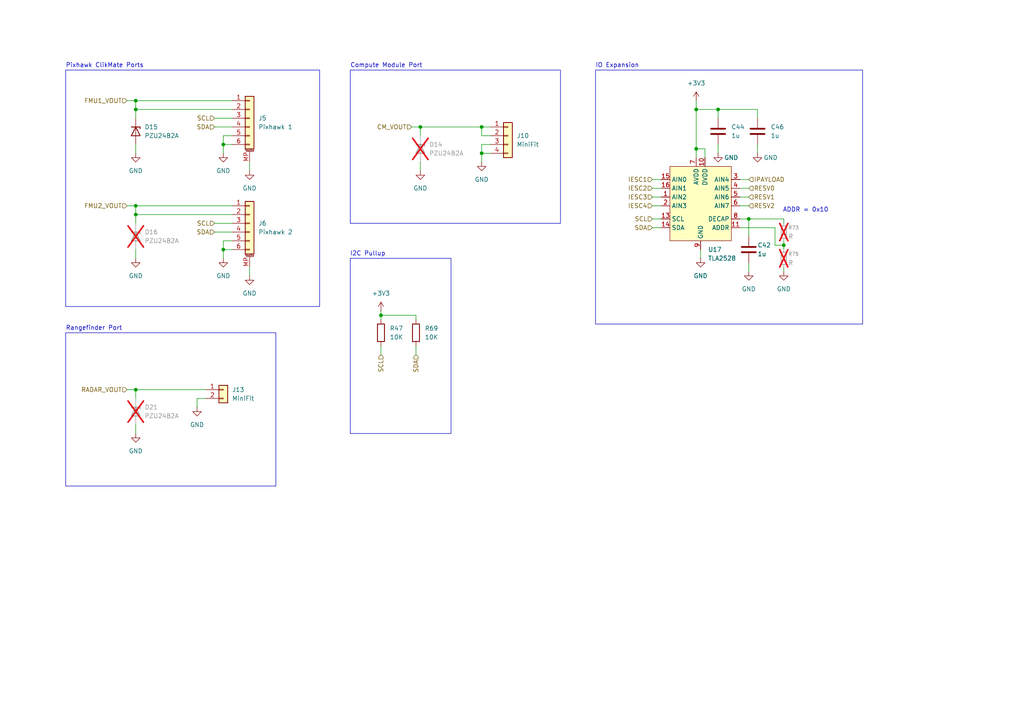
<source format=kicad_sch>
(kicad_sch (version 20250114) (generator "eeschema") (generator_version "9.0")
  (paper "A4")
  (lib_symbols
    (symbol "Analog_ADC_Extra:TLA2528"
      (property "Reference" "U" (at 13.208 20.574 0))
      (property "Value" "TA2528" (at 0 0 0))
      (symbol "TLA2528_1_1"
        (rectangle (start -8.89 10.16) (end 8.89 -11.43) (fill (type background)))
        (pin bidirectional line (at -11.43 6.35 0) (length 2.54) (name "AIN0") (number "15"))
        (pin bidirectional line (at -11.43 3.81 0) (length 2.54) (name "AIN1") (number "16"))
        (pin bidirectional line (at -11.43 1.27 0) (length 2.54) (name "AIN2") (number "1"))
        (pin bidirectional line (at -11.43 -1.27 0) (length 2.54) (name "AIN3") (number "2"))
        (pin input line (at -11.43 -5.08 0) (length 2.54) (name "SCL") (number "13"))
        (pin bidirectional line (at -11.43 -7.62 0) (length 2.54) (name "SDA") (number "14"))
        (pin power_in line (at -1.27 12.7 270) (length 2.54) (name "AVDD") (number "7"))
        (pin power_in line (at 0 -13.97 90) (length 2.54) (hide yes) (name "GND") (number "17"))
        (pin power_in line (at 0 -13.97 90) (length 2.54) (name "GND") (number "9"))
        (pin power_in line (at 1.27 12.7 270) (length 2.54) (name "DVDD") (number "10"))
        (pin no_connect line (at 2.54 -13.97 90) (length 2.54) (hide yes) (name "NC") (number "12"))
        (pin bidirectional line (at 11.43 6.35 180) (length 2.54) (name "AIN4") (number "3"))
        (pin bidirectional line (at 11.43 3.81 180) (length 2.54) (name "AIN5") (number "4"))
        (pin bidirectional line (at 11.43 1.27 180) (length 2.54) (name "AIN6") (number "5"))
        (pin bidirectional line (at 11.43 -1.27 180) (length 2.54) (name "AIN7") (number "6"))
        (pin passive line (at 11.43 -5.08 180) (length 2.54) (name "DECAP") (number "8"))
        (pin input line (at 11.43 -7.62 180) (length 2.54) (name "ADDR") (number "11"))
      )
    )
    (symbol "Connector_Generic:Conn_01x02" (pin_names (offset 1.016) (hide yes))
      (property "Reference" "J" (at 0 2.54 0))
      (property "Value" "Conn_01x02" (at 0 -5.08 0))
      (symbol "Conn_01x02_1_1"
        (rectangle (start -1.27 1.27) (end 1.27 -3.81) (stroke (width 0.254)) (fill (type background)))
        (rectangle (start -1.27 0.127) (end 0 -0.127) (stroke (width 0.1524)))
        (rectangle (start -1.27 -2.413) (end 0 -2.667) (stroke (width 0.1524)))
        (pin passive line (at -5.08 0 0) (length 3.81) (name "Pin_1") (number "1"))
        (pin passive line (at -5.08 -2.54 0) (length 3.81) (name "Pin_2") (number "2"))
      )
    )
    (symbol "Connector_Generic:Conn_01x04" (pin_names (offset 1.016) (hide yes))
      (property "Reference" "J" (at 0 5.08 0))
      (property "Value" "Conn_01x04" (at 0 -7.62 0))
      (symbol "Conn_01x04_1_1"
        (rectangle (start -1.27 3.81) (end 1.27 -6.35) (stroke (width 0.254)) (fill (type background)))
        (rectangle (start -1.27 2.667) (end 0 2.413) (stroke (width 0.1524)))
        (rectangle (start -1.27 0.127) (end 0 -0.127) (stroke (width 0.1524)))
        (rectangle (start -1.27 -2.413) (end 0 -2.667) (stroke (width 0.1524)))
        (rectangle (start -1.27 -4.953) (end 0 -5.207) (stroke (width 0.1524)))
        (pin passive line (at -5.08 2.54 0) (length 3.81) (name "Pin_1") (number "1"))
        (pin passive line (at -5.08 0 0) (length 3.81) (name "Pin_2") (number "2"))
        (pin passive line (at -5.08 -2.54 0) (length 3.81) (name "Pin_3") (number "3"))
        (pin passive line (at -5.08 -5.08 0) (length 3.81) (name "Pin_4") (number "4"))
      )
    )
    (symbol "Connector_Generic_MountingPin:Conn_01x06_MountingPin" (pin_names (offset 1.016) (hide yes))
      (property "Reference" "J" (at 0 7.62 0))
      (property "Value" "Conn_01x06_MountingPin" (at 1.27 -10.16 0))
      (symbol "Conn_01x06_MountingPin_1_1"
        (rectangle (start -1.27 6.35) (end 1.27 -8.89) (stroke (width 0.254)) (fill (type background)))
        (rectangle (start -1.27 5.207) (end 0 4.953) (stroke (width 0.1524)))
        (rectangle (start -1.27 2.667) (end 0 2.413) (stroke (width 0.1524)))
        (rectangle (start -1.27 0.127) (end 0 -0.127) (stroke (width 0.1524)))
        (rectangle (start -1.27 -2.413) (end 0 -2.667) (stroke (width 0.1524)))
        (rectangle (start -1.27 -4.953) (end 0 -5.207) (stroke (width 0.1524)))
        (rectangle (start -1.27 -7.493) (end 0 -7.747) (stroke (width 0.1524)))
        (polyline (pts (xy -1.016 -9.652) (xy 1.016 -9.652)) (stroke (width 0.1524)))
        (text "Mounting" (at 0 -9.271 0) (effects (font (size 0.381 0.381))))
        (pin passive line (at -5.08 5.08 0) (length 3.81) (name "Pin_1") (number "1"))
        (pin passive line (at -5.08 2.54 0) (length 3.81) (name "Pin_2") (number "2"))
        (pin passive line (at -5.08 0 0) (length 3.81) (name "Pin_3") (number "3"))
        (pin passive line (at -5.08 -2.54 0) (length 3.81) (name "Pin_4") (number "4"))
        (pin passive line (at -5.08 -5.08 0) (length 3.81) (name "Pin_5") (number "5"))
        (pin passive line (at -5.08 -7.62 0) (length 3.81) (name "Pin_6") (number "6"))
        (pin passive line (at 0 -12.7 90) (length 3.048) (name "MountPin") (number "MP"))
      )
    )
    (symbol "Device:C" (pin_numbers (hide yes)) (pin_names (offset 0.254))
      (property "Reference" "C" (at 0.635 2.54 0))
      (property "Value" "C" (at 0.635 -2.54 0))
      (symbol "C_0_1"
        (polyline (pts (xy -2.032 0.762) (xy 2.032 0.762)) (stroke (width 0.508)))
        (polyline (pts (xy -2.032 -0.762) (xy 2.032 -0.762)) (stroke (width 0.508)))
      )
      (symbol "C_1_1"
        (pin passive line (at 0 3.81 270) (length 2.794) (name "~") (number "1"))
        (pin passive line (at 0 -3.81 90) (length 2.794) (name "~") (number "2"))
      )
    )
    (symbol "Device:D_Zener" (pin_numbers (hide yes)) (pin_names (offset 1.016) (hide yes))
      (property "Reference" "D" (at 0 2.54 0))
      (property "Value" "D_Zener" (at 0 -2.54 0))
      (symbol "D_Zener_0_1"
        (polyline (pts (xy -1.27 -1.27) (xy -1.27 1.27) (xy -0.762 1.27)) (stroke (width 0.254)))
        (polyline (pts (xy 1.27 0) (xy -1.27 0)))
        (polyline (pts (xy 1.27 -1.27) (xy 1.27 1.27) (xy -1.27 0) (xy 1.27 -1.27)) (stroke (width 0.254)))
      )
      (symbol "D_Zener_1_1"
        (pin passive line (at -3.81 0 0) (length 2.54) (name "K") (number "1"))
        (pin passive line (at 3.81 0 180) (length 2.54) (name "A") (number "2"))
      )
    )
    (symbol "Device:R" (pin_numbers (hide yes)) (pin_names (offset 0))
      (property "Reference" "R" (at 2.032 0 90))
      (property "Value" "R" (at 0 0 90))
      (symbol "R_0_1"
        (rectangle (start -1.016 -2.54) (end 1.016 2.54) (stroke (width 0.254)))
      )
      (symbol "R_1_1"
        (pin passive line (at 0 3.81 270) (length 1.27) (name "~") (number "1"))
        (pin passive line (at 0 -3.81 90) (length 1.27) (name "~") (number "2"))
      )
    )
    (symbol "Device:R_Small" (pin_numbers (hide yes)) (pin_names (offset 0.254) (hide yes))
      (property "Reference" "R" (at 0 0 90))
      (property "Value" "R_Small" (at 1.778 0 90))
      (symbol "R_Small_0_1"
        (rectangle (start -0.762 1.778) (end 0.762 -1.778) (stroke (width 0.2032)))
      )
      (symbol "R_Small_1_1"
        (pin passive line (at 0 2.54 270) (length 0.762) (name "~") (number "1"))
        (pin passive line (at 0 -2.54 90) (length 0.762) (name "~") (number "2"))
      )
    )
    (symbol "power:+3V3" (power) (pin_numbers (hide yes)) (pin_names (offset 0) (hide yes))
      (property "Value" "+3V3" (at 0 3.556 0))
      (symbol "+3V3_0_1"
        (polyline (pts (xy -0.762 1.27) (xy 0 2.54)))
        (polyline (pts (xy 0 2.54) (xy 0.762 1.27)))
        (polyline (pts (xy 0 0) (xy 0 2.54)))
      )
      (symbol "+3V3_1_1"
        (pin power_in line (at 0 0 90) (length 0) (name "~") (number "1"))
      )
    )
    (symbol "power:GND" (power) (pin_numbers (hide yes)) (pin_names (offset 0) (hide yes))
      (property "Value" "GND" (at 0 -3.81 0))
      (symbol "GND_0_1"
        (polyline (pts (xy 0 0) (xy 0 -1.27) (xy 1.27 -1.27) (xy 0 -2.54) (xy -1.27 -1.27) (xy 0 -1.27)))
      )
      (symbol "GND_1_1"
        (pin power_in line (at 0 0 270) (length 0) (name "~") (number "1"))
      )
    )
  )
  (rectangle (start 19.05 20.32) (end 92.71 88.9))
  (rectangle (start 101.6 20.32) (end 162.56 64.77))
  (rectangle (start 172.72 20.32) (end 250.19 93.98))
  (rectangle (start 101.6 74.93) (end 130.81 125.73))
  (rectangle (start 19.05 96.52) (end 80.01 140.97))
  (text "Pixhawk ClikMate Ports" (at 19.05 19.05 0) (effects (font (size 1.27 1.27)) (justify left)))
  (text "I2C Pullup" (at 106.68 73.66 0) (effects (font (size 1.27 1.27))))
  (text "Rangefinder Port" (at 19.05 95.25 0) (effects (font (size 1.27 1.27)) (justify left)))
  (text "ADDR = 0x10" (at 233.68 60.96 0) (effects (font (size 1.27 1.27))))
  (text "Compute Module Port" (at 101.6 19.05 0) (effects (font (size 1.27 1.27)) (justify left)))
  (text "IO Expansion" (at 172.72 19.05 0) (effects (font (size 1.27 1.27)) (justify left)))
  (junction (at 110.49 91.44))
  (junction (at 39.37 31.75))
  (junction (at 208.28 31.75))
  (junction (at 217.17 63.5))
  (junction (at 39.37 113.03))
  (junction (at 39.37 62.23))
  (junction (at 227.33 71.12))
  (junction (at 64.77 72.39))
  (junction (at 64.77 41.91))
  (junction (at 201.93 31.75))
  (junction (at 39.37 59.69))
  (junction (at 121.92 36.83))
  (junction (at 39.37 29.21))
  (junction (at 139.7 36.83))
  (junction (at 201.93 43.18))
  (junction (at 139.7 44.45))
  (wire (pts (xy 189.23 66.04) (xy 191.77 66.04)))
  (wire (pts (xy 64.77 69.85) (xy 64.77 72.39)))
  (wire (pts (xy 36.83 59.69) (xy 39.37 59.69)))
  (wire (pts (xy 39.37 59.69) (xy 67.31 59.69)))
  (wire (pts (xy 120.65 100.33) (xy 120.65 102.87)))
  (wire (pts (xy 214.63 52.07) (xy 217.17 52.07)))
  (wire (pts (xy 72.39 46.99) (xy 72.39 49.53)))
  (wire (pts (xy 224.79 66.04) (xy 214.63 66.04)))
  (wire (pts (xy 36.83 29.21) (xy 39.37 29.21)))
  (wire (pts (xy 110.49 100.33) (xy 110.49 102.87)))
  (wire (pts (xy 36.83 113.03) (xy 39.37 113.03)))
  (wire (pts (xy 201.93 43.18) (xy 201.93 45.72)))
  (wire (pts (xy 208.28 31.75) (xy 219.71 31.75)))
  (wire (pts (xy 217.17 63.5) (xy 227.33 63.5)))
  (wire (pts (xy 57.15 115.57) (xy 59.69 115.57)))
  (wire (pts (xy 39.37 31.75) (xy 39.37 34.29)))
  (wire (pts (xy 227.33 71.12) (xy 224.79 71.12)))
  (wire (pts (xy 139.7 36.83) (xy 142.24 36.83)))
  (wire (pts (xy 224.79 71.12) (xy 224.79 66.04)))
  (wire (pts (xy 120.65 91.44) (xy 110.49 91.44)))
  (wire (pts (xy 39.37 62.23) (xy 39.37 64.77)))
  (wire (pts (xy 67.31 39.37) (xy 64.77 39.37)))
  (wire (pts (xy 217.17 63.5) (xy 214.63 63.5)))
  (wire (pts (xy 208.28 41.91) (xy 208.28 44.45)))
  (wire (pts (xy 142.24 39.37) (xy 139.7 39.37)))
  (wire (pts (xy 121.92 36.83) (xy 139.7 36.83)))
  (wire (pts (xy 219.71 31.75) (xy 219.71 34.29)))
  (wire (pts (xy 39.37 31.75) (xy 39.37 29.21)))
  (wire (pts (xy 214.63 54.61) (xy 217.17 54.61)))
  (wire (pts (xy 217.17 76.2) (xy 217.17 78.74)))
  (wire (pts (xy 62.23 67.31) (xy 67.31 67.31)))
  (wire (pts (xy 214.63 57.15) (xy 217.17 57.15)))
  (wire (pts (xy 227.33 63.5) (xy 227.33 64.77)))
  (wire (pts (xy 121.92 46.99) (xy 121.92 49.53)))
  (wire (pts (xy 204.47 43.18) (xy 204.47 45.72)))
  (wire (pts (xy 62.23 64.77) (xy 67.31 64.77)))
  (wire (pts (xy 139.7 44.45) (xy 142.24 44.45)))
  (wire (pts (xy 39.37 62.23) (xy 39.37 59.69)))
  (wire (pts (xy 62.23 36.83) (xy 67.31 36.83)))
  (wire (pts (xy 189.23 59.69) (xy 191.77 59.69)))
  (wire (pts (xy 64.77 41.91) (xy 67.31 41.91)))
  (wire (pts (xy 39.37 72.39) (xy 39.37 74.93)))
  (wire (pts (xy 139.7 46.99) (xy 139.7 44.45)))
  (wire (pts (xy 120.65 92.71) (xy 120.65 91.44)))
  (wire (pts (xy 227.33 77.47) (xy 227.33 78.74)))
  (wire (pts (xy 39.37 113.03) (xy 59.69 113.03)))
  (wire (pts (xy 203.2 72.39) (xy 203.2 74.93)))
  (wire (pts (xy 39.37 123.19) (xy 39.37 125.73)))
  (wire (pts (xy 227.33 71.12) (xy 227.33 72.39)))
  (wire (pts (xy 208.28 31.75) (xy 208.28 34.29)))
  (wire (pts (xy 201.93 29.21) (xy 201.93 31.75)))
  (wire (pts (xy 64.77 44.45) (xy 64.77 41.91)))
  (wire (pts (xy 64.77 39.37) (xy 64.77 41.91)))
  (wire (pts (xy 139.7 39.37) (xy 139.7 36.83)))
  (wire (pts (xy 67.31 31.75) (xy 39.37 31.75)))
  (wire (pts (xy 64.77 72.39) (xy 67.31 72.39)))
  (wire (pts (xy 189.23 57.15) (xy 191.77 57.15)))
  (wire (pts (xy 39.37 29.21) (xy 67.31 29.21)))
  (wire (pts (xy 217.17 63.5) (xy 217.17 68.58)))
  (wire (pts (xy 201.93 43.18) (xy 204.47 43.18)))
  (wire (pts (xy 39.37 113.03) (xy 39.37 115.57)))
  (wire (pts (xy 201.93 31.75) (xy 208.28 31.75)))
  (wire (pts (xy 189.23 54.61) (xy 191.77 54.61)))
  (wire (pts (xy 39.37 41.91) (xy 39.37 44.45)))
  (wire (pts (xy 67.31 62.23) (xy 39.37 62.23)))
  (wire (pts (xy 219.71 41.91) (xy 219.71 44.45)))
  (wire (pts (xy 62.23 34.29) (xy 67.31 34.29)))
  (wire (pts (xy 189.23 52.07) (xy 191.77 52.07)))
  (wire (pts (xy 64.77 74.93) (xy 64.77 72.39)))
  (wire (pts (xy 72.39 77.47) (xy 72.39 80.01)))
  (wire (pts (xy 119.38 36.83) (xy 121.92 36.83)))
  (wire (pts (xy 67.31 69.85) (xy 64.77 69.85)))
  (wire (pts (xy 189.23 63.5) (xy 191.77 63.5)))
  (wire (pts (xy 110.49 90.17) (xy 110.49 91.44)))
  (wire (pts (xy 57.15 118.11) (xy 57.15 115.57)))
  (wire (pts (xy 110.49 91.44) (xy 110.49 92.71)))
  (wire (pts (xy 201.93 31.75) (xy 201.93 43.18)))
  (wire (pts (xy 121.92 36.83) (xy 121.92 39.37)))
  (wire (pts (xy 227.33 69.85) (xy 227.33 71.12)))
  (wire (pts (xy 142.24 41.91) (xy 139.7 41.91)))
  (wire (pts (xy 214.63 59.69) (xy 217.17 59.69)))
  (wire (pts (xy 139.7 41.91) (xy 139.7 44.45)))
  (hierarchical_label "RADAR_VOUT" (shape input) (at 36.83 113.03 180))
  (hierarchical_label "FMU1_VOUT" (shape input) (at 36.83 29.21 180))
  (hierarchical_label "IESC4" (shape input) (at 189.23 59.69 180))
  (hierarchical_label "SDA" (shape input) (at 62.23 36.83 180))
  (hierarchical_label "FMU2_VOUT" (shape input) (at 36.83 59.69 180))
  (hierarchical_label "RESV0" (shape input) (at 217.17 54.61 0))
  (hierarchical_label "IESC1" (shape input) (at 189.23 52.07 180))
  (hierarchical_label "SDA" (shape input) (at 189.23 66.04 180))
  (hierarchical_label "CM_VOUT" (shape input) (at 119.38 36.83 180))
  (hierarchical_label "RESV1" (shape input) (at 217.17 57.15 0))
  (hierarchical_label "SCL" (shape input) (at 110.49 102.87 270))
  (hierarchical_label "IPAYLOAD" (shape input) (at 217.17 52.07 0))
  (hierarchical_label "IESC2" (shape input) (at 189.23 54.61 180))
  (hierarchical_label "SCL" (shape input) (at 189.23 63.5 180))
  (hierarchical_label "RESV2" (shape input) (at 217.17 59.69 0))
  (hierarchical_label "SCL" (shape input) (at 62.23 64.77 180))
  (hierarchical_label "SDA" (shape input) (at 62.23 67.31 180))
  (hierarchical_label "SDA" (shape input) (at 120.65 102.87 270))
  (hierarchical_label "IESC3" (shape input) (at 189.23 57.15 180))
  (hierarchical_label "SCL" (shape input) (at 62.23 34.29 180))
  (symbol (lib_id "Device:R_Small") (at 227.33 67.31 0) (unit 1) (dnp yes)
    (property "Reference" "R73" (at 228.6 66.04 0) (effects (font (size 1.016 1.016)) (justify left)))
    (property "Value" "R" (at 228.6 68.58 0) (effects (justify left)))
    (property "Footprint" "Resistor_SMD:R_0402_1005Metric" (effects (hide yes)))
    (property "Description" "Resistor, small symbol" (effects (hide yes)))
  )
  (symbol (lib_id "power:GND") (at 121.92 49.53 0) (unit 1)
    (property "Reference" "#PWR0113" (effects (hide yes)))
    (property "Value" "GND" (at 121.92 54.61 0))
    (property "Description" "Power symbol creates a global label with name \"GND\" , ground" (effects (hide yes)))
  )
  (symbol (lib_id "Analog_ADC_Extra:TLA2528") (at 203.2 58.42 0) (unit 1)
    (property "Reference" "U17" (at 205.3433 72.39 0) (effects (justify left)))
    (property "Value" "TLA2528" (at 205.3433 74.93 0) (effects (justify left)))
    (property "Footprint" "Package_DFN_QFN:WQFN-16-1EP_3x3mm_P0.5mm_EP1.68x1.68mm" (effects (hide yes)))
    (property "Datasheet" "https://www.ti.com/lit/ds/symlink/tla2528.pdf" (effects (hide yes)))
    (property "Description" "12 Bit Analog to Digital Converter 8 Input 1 SAR 16-WQFN" (effects (hide yes)))
  )
  (symbol (lib_id "Connector_Generic_MountingPin:Conn_01x06_MountingPin") (at 72.39 34.29 0) (unit 1)
    (property "Reference" "J5" (at 74.93 34.2899 0) (effects (justify left)))
    (property "Value" "Pixhawk 1" (at 74.93 36.8299 0) (effects (justify left)))
    (property "Footprint" "Connector_Molex:Molex_CLIK-Mate_502494-0670_1x06-1MP_P2.00mm_Horizontal" (effects (hide yes)))
    (property "Description" "Generic connectable mounting pin connector, single row, 01x06, script generated (kicad-library-utils/schlib/autogen/connector/)" (effects (hide yes)))
  )
  (symbol (lib_id "Device:C") (at 217.17 72.39 0) (unit 1)
    (property "Reference" "C42" (at 219.71 71.12 0) (effects (justify left)))
    (property "Value" "1u" (at 219.71 73.66 0) (effects (justify left)))
    (property "Footprint" "Capacitor_SMD:C_0402_1005Metric" (effects (hide yes)))
    (property "Description" "Unpolarized capacitor" (effects (hide yes)))
  )
  (symbol (lib_id "power:GND") (at 72.39 49.53 0) (unit 1)
    (property "Reference" "#PWR0148" (effects (hide yes)))
    (property "Value" "GND" (at 72.39 54.61 0))
    (property "Description" "Power symbol creates a global label with name \"GND\" , ground" (effects (hide yes)))
  )
  (symbol (lib_id "power:GND") (at 203.2 74.93 0) (unit 1)
    (property "Reference" "#PWR0157" (effects (hide yes)))
    (property "Value" "GND" (at 203.2 80.01 0))
    (property "Description" "Power symbol creates a global label with name \"GND\" , ground" (effects (hide yes)))
  )
  (symbol (lib_id "Device:R") (at 110.49 96.52 0) (unit 1)
    (property "Reference" "R47" (at 113.03 95.2499 0) (effects (justify left)))
    (property "Value" "10K" (at 113.03 97.7899 0) (effects (justify left)))
    (property "Footprint" "Resistor_SMD:R_0402_1005Metric" (effects (hide yes)))
    (property "Description" "Resistor" (effects (hide yes)))
  )
  (symbol (lib_id "Device:D_Zener") (at 39.37 119.38 270) (unit 1) (dnp yes)
    (property "Reference" "D21" (at 41.91 118.1099 90) (effects (justify left)))
    (property "Value" "PZU24B2A" (at 41.91 120.6499 90) (effects (justify left)))
    (property "Footprint" "Diode_SMD:D_SOD-323F" (effects (hide yes)))
    (property "Description" "Zener diode" (effects (hide yes)))
  )
  (symbol (lib_id "power:GND") (at 39.37 125.73 0) (unit 1)
    (property "Reference" "#PWR0179" (effects (hide yes)))
    (property "Value" "GND" (at 39.37 130.81 0))
    (property "Description" "Power symbol creates a global label with name \"GND\" , ground" (effects (hide yes)))
  )
  (symbol (lib_id "power:+3V3") (at 201.93 29.21 0) (unit 1)
    (property "Reference" "#PWR0160" (effects (hide yes)))
    (property "Value" "+3V3" (at 201.93 24.13 0))
    (property "Description" "Power symbol creates a global label with name \"+3V3\"" (effects (hide yes)))
  )
  (symbol (lib_id "power:GND") (at 219.71 44.45 0) (unit 1)
    (property "Reference" "#PWR0162" (effects (hide yes)))
    (property "Value" "GND" (at 223.52 45.72 0))
    (property "Description" "Power symbol creates a global label with name \"GND\" , ground" (effects (hide yes)))
  )
  (symbol (lib_id "Device:C") (at 208.28 38.1 0) (unit 1)
    (property "Reference" "C44" (at 212.09 36.8299 0) (effects (justify left)))
    (property "Value" "1u" (at 212.09 39.3699 0) (effects (justify left)))
    (property "Footprint" "Capacitor_SMD:C_0402_1005Metric" (effects (hide yes)))
    (property "Description" "Unpolarized capacitor" (effects (hide yes)))
  )
  (symbol (lib_id "Device:R_Small") (at 227.33 74.93 0) (unit 1) (dnp yes)
    (property "Reference" "R75" (at 228.6 73.66 0) (effects (font (size 1.016 1.016)) (justify left)))
    (property "Value" "R" (at 228.6 76.2 0) (effects (justify left)))
    (property "Footprint" "Resistor_SMD:R_0402_1005Metric" (effects (hide yes)))
    (property "Description" "Resistor, small symbol" (effects (hide yes)))
  )
  (symbol (lib_id "power:GND") (at 64.77 74.93 0) (unit 1)
    (property "Reference" "#PWR0115" (effects (hide yes)))
    (property "Value" "GND" (at 64.77 80.01 0))
    (property "Description" "Power symbol creates a global label with name \"GND\" , ground" (effects (hide yes)))
  )
  (symbol (lib_id "power:GND") (at 64.77 44.45 0) (unit 1)
    (property "Reference" "#PWR0110" (effects (hide yes)))
    (property "Value" "GND" (at 64.77 49.53 0))
    (property "Description" "Power symbol creates a global label with name \"GND\" , ground" (effects (hide yes)))
  )
  (symbol (lib_id "Connector_Generic_MountingPin:Conn_01x06_MountingPin") (at 72.39 64.77 0) (unit 1)
    (property "Reference" "J6" (at 74.93 64.7699 0) (effects (justify left)))
    (property "Value" "Pixhawk 2" (at 74.93 67.3099 0) (effects (justify left)))
    (property "Footprint" "Connector_Molex:Molex_CLIK-Mate_502494-0670_1x06-1MP_P2.00mm_Horizontal" (effects (hide yes)))
    (property "Description" "Generic connectable mounting pin connector, single row, 01x06, script generated (kicad-library-utils/schlib/autogen/connector/)" (effects (hide yes)))
  )
  (symbol (lib_id "power:GND") (at 39.37 44.45 0) (unit 1)
    (property "Reference" "#PWR0114" (effects (hide yes)))
    (property "Value" "GND" (at 39.37 49.53 0))
    (property "Description" "Power symbol creates a global label with name \"GND\" , ground" (effects (hide yes)))
  )
  (symbol (lib_id "power:GND") (at 217.17 78.74 0) (unit 1)
    (property "Reference" "#PWR0156" (effects (hide yes)))
    (property "Value" "GND" (at 217.17 83.82 0))
    (property "Description" "Power symbol creates a global label with name \"GND\" , ground" (effects (hide yes)))
  )
  (symbol (lib_id "Device:D_Zener") (at 39.37 68.58 270) (unit 1) (dnp yes)
    (property "Reference" "D16" (at 41.91 67.3099 90) (effects (justify left)))
    (property "Value" "PZU24B2A" (at 41.91 69.8499 90) (effects (justify left)))
    (property "Footprint" "Diode_SMD:D_SOD-323F" (effects (hide yes)))
    (property "Description" "Zener diode" (effects (hide yes)))
  )
  (symbol (lib_id "power:GND") (at 57.15 118.11 0) (unit 1)
    (property "Reference" "#PWR0178" (effects (hide yes)))
    (property "Value" "GND" (at 57.15 123.19 0))
    (property "Description" "Power symbol creates a global label with name \"GND\" , ground" (effects (hide yes)))
  )
  (symbol (lib_id "power:GND") (at 227.33 78.74 0) (unit 1)
    (property "Reference" "#PWR0163" (effects (hide yes)))
    (property "Value" "GND" (at 227.33 83.82 0))
    (property "Description" "Power symbol creates a global label with name \"GND\" , ground" (effects (hide yes)))
  )
  (symbol (lib_id "Device:R") (at 120.65 96.52 0) (unit 1)
    (property "Reference" "R69" (at 123.19 95.2499 0) (effects (justify left)))
    (property "Value" "10K" (at 123.19 97.7899 0) (effects (justify left)))
    (property "Footprint" "Resistor_SMD:R_0402_1005Metric" (effects (hide yes)))
    (property "Description" "Resistor" (effects (hide yes)))
  )
  (symbol (lib_id "Connector_Generic:Conn_01x02") (at 64.77 113.03 0) (unit 1)
    (property "Reference" "J13" (at 67.31 113.0299 0) (effects (justify left)))
    (property "Value" "MiniFit" (at 67.31 115.5699 0) (effects (justify left)))
    (property "Footprint" "Connector_Molex:Molex_Mini-Fit_Jr_5569-02A2_2x01_P4.20mm_Horizontal" (effects (hide yes)))
    (property "Description" "Generic connector, single row, 01x02, script generated (kicad-library-utils/schlib/autogen/connector/)" (effects (hide yes)))
  )
  (symbol (lib_id "power:GND") (at 208.28 44.45 0) (unit 1)
    (property "Reference" "#PWR0161" (effects (hide yes)))
    (property "Value" "GND" (at 212.09 45.72 0))
    (property "Description" "Power symbol creates a global label with name \"GND\" , ground" (effects (hide yes)))
  )
  (symbol (lib_id "power:GND") (at 139.7 46.99 0) (unit 1)
    (property "Reference" "#PWR0112" (effects (hide yes)))
    (property "Value" "GND" (at 139.7 52.07 0))
    (property "Description" "Power symbol creates a global label with name \"GND\" , ground" (effects (hide yes)))
  )
  (symbol (lib_id "Connector_Generic:Conn_01x04") (at 147.32 39.37 0) (unit 1)
    (property "Reference" "J10" (at 149.86 39.3699 0) (effects (justify left)))
    (property "Value" "MiniFit" (at 149.86 41.9099 0) (effects (justify left)))
    (property "Footprint" "Connector_Molex:Molex_Mini-Fit_Jr_5569-04A2_2x02_P4.20mm_Horizontal" (effects (hide yes)))
    (property "Description" "Generic connector, single row, 01x04, script generated (kicad-library-utils/schlib/autogen/connector/)" (effects (hide yes)))
  )
  (symbol (lib_id "Device:D_Zener") (at 39.37 38.1 270) (unit 1)
    (property "Reference" "D15" (at 41.91 36.8299 90) (effects (justify left)))
    (property "Value" "PZU24B2A" (at 41.91 39.3699 90) (effects (justify left)))
    (property "Footprint" "Diode_SMD:D_SOD-323F" (effects (hide yes)))
    (property "Description" "Zener diode" (effects (hide yes)))
  )
  (symbol (lib_id "power:+3V3") (at 110.49 90.17 0) (unit 1)
    (property "Reference" "#PWR0118" (effects (hide yes)))
    (property "Value" "+3V3" (at 110.49 85.09 0))
    (property "Description" "Power symbol creates a global label with name \"+3V3\"" (effects (hide yes)))
  )
  (symbol (lib_id "power:GND") (at 72.39 80.01 0) (unit 1)
    (property "Reference" "#PWR0150" (effects (hide yes)))
    (property "Value" "GND" (at 72.39 85.09 0))
    (property "Description" "Power symbol creates a global label with name \"GND\" , ground" (effects (hide yes)))
  )
  (symbol (lib_id "Device:C") (at 219.71 38.1 0) (unit 1)
    (property "Reference" "C46" (at 223.52 36.8299 0) (effects (justify left)))
    (property "Value" "1u" (at 223.52 39.3699 0) (effects (justify left)))
    (property "Footprint" "Capacitor_SMD:C_0402_1005Metric" (effects (hide yes)))
    (property "Description" "Unpolarized capacitor" (effects (hide yes)))
  )
  (symbol (lib_id "power:GND") (at 39.37 74.93 0) (unit 1)
    (property "Reference" "#PWR0111" (effects (hide yes)))
    (property "Value" "GND" (at 39.37 80.01 0))
    (property "Description" "Power symbol creates a global label with name \"GND\" , ground" (effects (hide yes)))
  )
  (symbol (lib_id "Device:D_Zener") (at 121.92 43.18 270) (unit 1) (dnp yes)
    (property "Reference" "D14" (at 124.46 41.9099 90) (effects (justify left)))
    (property "Value" "PZU24B2A" (at 124.46 44.4499 90) (effects (justify left)))
    (property "Footprint" "Diode_SMD:D_SOD-323F" (effects (hide yes)))
    (property "Description" "Zener diode" (effects (hide yes)))
  )
)
</source>
